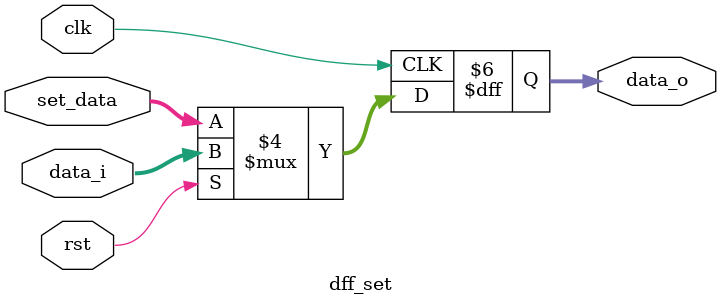
<source format=v>
module dff_set #(
	parameter DW = 32   //datawide
)
(
  input wire clk,
  input wire rst,
	input wire [DW-1:0] set_data,
  input wire [DW-1:0] data_i,
  output reg [DW-1:0] data_o
);

	always @(posedge clk) begin
		if(rst == 1'b0)
			data_o <= set_data;
		else 
			data_o <= data_i;
	end

endmodule



</source>
